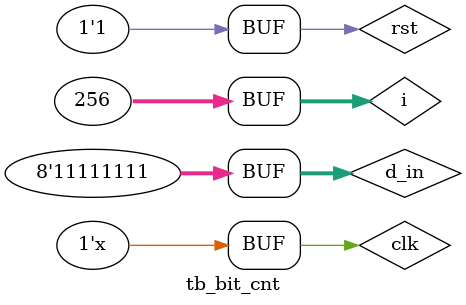
<source format=v>
`timescale 1ns/10ps

module tb_bit_cnt;

reg clk, rst;
reg [7:0] d_in;

wire [2:0] bit_cnt;

integer i;


Bit1_Counter u_Bit1_Counter (.clk(clk), .rst(rst), .d_in(d_in), .bit_cnt(bit_cnt) );

initial begin clk=0; end
always #(50) begin clk <= ~clk; end

initial begin
	rst=0;
	#(200)
	rst=1;
	input_data(8'b1011_1001);
	input_data(8'b0000_0001);
	input_data(8'b0010_0011);
	input_data(8'b1011_1001);
	rst=0;
	#(1000)
	rst=1;

	begin
	for ( i=0 ; i<256 ; i=i+1 )
		#(1000)
		d_in = i;
	end
end

task input_data;
	input [7:0] D_in;

	begin
		#(400)
		d_in = D_in;
		#(1200)
		
		d_in = ~D_in;
		#(1200)		
		
		d_in = D_in;
	end
endtask

endmodule

</source>
